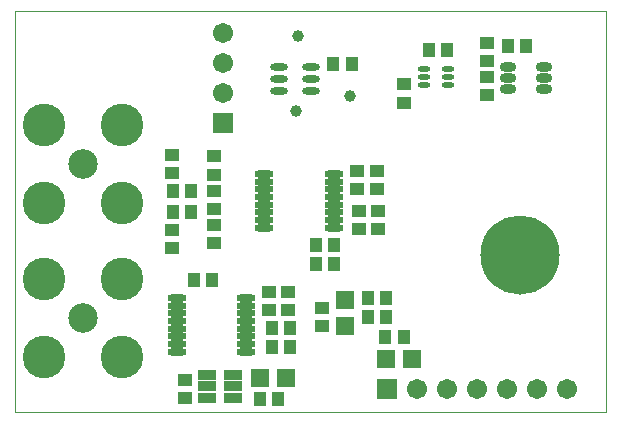
<source format=gts>
G04 Layer_Color=8388736*
%FSLAX25Y25*%
%MOIN*%
G70*
G01*
G75*
%ADD29C,0.00394*%
%ADD30C,0.03937*%
%ADD42O,0.05918X0.02375*%
%ADD43R,0.03950X0.04737*%
%ADD44R,0.04737X0.03950*%
%ADD45O,0.04147X0.01981*%
%ADD46O,0.05524X0.03162*%
%ADD47O,0.06312X0.02572*%
%ADD48R,0.05918X0.06115*%
%ADD49R,0.06312X0.03556*%
%ADD50R,0.06115X0.05918*%
%ADD51C,0.09855*%
%ADD52C,0.14186*%
%ADD53C,0.26391*%
%ADD54C,0.06706*%
%ADD55R,0.06706X0.06706*%
%ADD56R,0.06706X0.06706*%
D29*
X0Y0D02*
Y133858D01*
X196850D01*
X0Y0D02*
X196850D01*
X135000D02*
X196850D01*
Y133858D01*
X0Y118000D02*
Y133465D01*
D30*
X111417Y105512D02*
D03*
X94095Y125591D02*
D03*
X93701Y100394D02*
D03*
D42*
X87992Y114961D02*
D03*
Y111024D02*
D03*
Y107087D02*
D03*
X98622D02*
D03*
Y111024D02*
D03*
Y114961D02*
D03*
D43*
X106024Y116142D02*
D03*
X112087D02*
D03*
X52480Y73622D02*
D03*
X58543D02*
D03*
Y66929D02*
D03*
X52480D02*
D03*
X123346Y25197D02*
D03*
X129409D02*
D03*
X117441Y31890D02*
D03*
X123504D02*
D03*
X117441Y38189D02*
D03*
X123504D02*
D03*
X59567Y44094D02*
D03*
X65630D02*
D03*
X91614Y27953D02*
D03*
X85551D02*
D03*
X91614Y21654D02*
D03*
X85551D02*
D03*
X81614Y4331D02*
D03*
X87677D02*
D03*
X106181Y55905D02*
D03*
X100118D02*
D03*
X106181Y49606D02*
D03*
X100118D02*
D03*
X137913Y120866D02*
D03*
X143976D02*
D03*
X164291Y122047D02*
D03*
X170354D02*
D03*
D44*
X129527Y109331D02*
D03*
Y103268D02*
D03*
X157087Y123110D02*
D03*
Y117047D02*
D03*
X52362Y54843D02*
D03*
Y60905D02*
D03*
Y85709D02*
D03*
Y79646D02*
D03*
X66142Y73898D02*
D03*
Y67835D02*
D03*
Y62480D02*
D03*
Y56417D02*
D03*
Y85315D02*
D03*
Y79252D02*
D03*
X102362Y28858D02*
D03*
Y34921D02*
D03*
X84646Y33976D02*
D03*
Y40039D02*
D03*
X90945Y33976D02*
D03*
Y40039D02*
D03*
X56693Y4843D02*
D03*
Y10905D02*
D03*
X114567Y67205D02*
D03*
Y61142D02*
D03*
X120866Y67205D02*
D03*
Y61142D02*
D03*
X113779Y74528D02*
D03*
Y80590D02*
D03*
X120472Y74528D02*
D03*
Y80590D02*
D03*
X157087Y111693D02*
D03*
Y105630D02*
D03*
D45*
X144095Y114370D02*
D03*
Y111811D02*
D03*
Y109252D02*
D03*
X136221D02*
D03*
Y111811D02*
D03*
Y114370D02*
D03*
D46*
X164075Y114961D02*
D03*
Y111417D02*
D03*
Y107874D02*
D03*
X176083D02*
D03*
Y111417D02*
D03*
Y114961D02*
D03*
D47*
X76968Y20177D02*
D03*
Y22736D02*
D03*
Y25295D02*
D03*
Y27854D02*
D03*
Y30413D02*
D03*
Y32972D02*
D03*
Y35531D02*
D03*
Y38091D02*
D03*
X53740Y20177D02*
D03*
Y22736D02*
D03*
Y25295D02*
D03*
Y27854D02*
D03*
Y30413D02*
D03*
Y32972D02*
D03*
Y35531D02*
D03*
Y38091D02*
D03*
X106114Y61543D02*
D03*
Y64102D02*
D03*
Y66661D02*
D03*
Y69221D02*
D03*
Y71780D02*
D03*
Y74339D02*
D03*
Y76898D02*
D03*
Y79457D02*
D03*
X82886Y61543D02*
D03*
Y64102D02*
D03*
Y66661D02*
D03*
Y69221D02*
D03*
Y71780D02*
D03*
Y74339D02*
D03*
Y76898D02*
D03*
Y79457D02*
D03*
D48*
X123622Y17717D02*
D03*
X132283D02*
D03*
X81496Y11417D02*
D03*
X90158D02*
D03*
D49*
X72441Y12402D02*
D03*
Y8661D02*
D03*
Y4921D02*
D03*
X63779D02*
D03*
Y8661D02*
D03*
Y12402D02*
D03*
D50*
X109843Y28740D02*
D03*
Y37402D02*
D03*
D51*
X22638Y31496D02*
D03*
Y82677D02*
D03*
D52*
X35630Y18504D02*
D03*
Y44488D02*
D03*
X9646D02*
D03*
Y18504D02*
D03*
X35630Y69685D02*
D03*
Y95669D02*
D03*
X9646D02*
D03*
Y69685D02*
D03*
D53*
X168307Y52559D02*
D03*
D54*
X183819Y7776D02*
D03*
X173819D02*
D03*
X163819D02*
D03*
X153819D02*
D03*
X133819D02*
D03*
X143819D02*
D03*
X69095Y126457D02*
D03*
Y116457D02*
D03*
Y106457D02*
D03*
D55*
X123819Y7776D02*
D03*
D56*
X69095Y96457D02*
D03*
M02*

</source>
